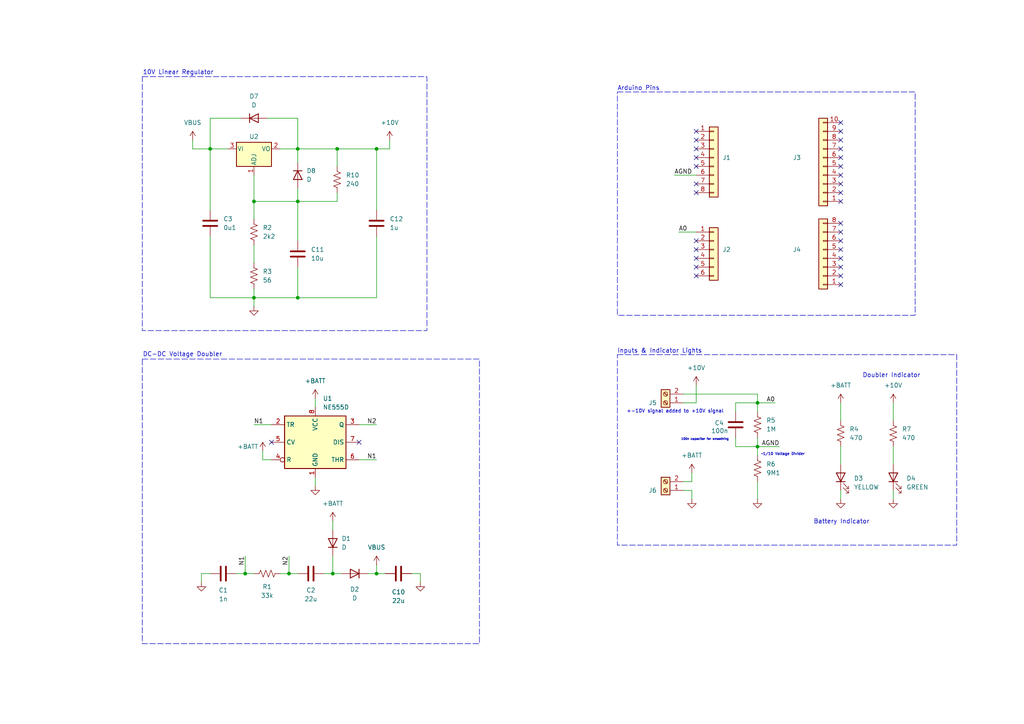
<source format=kicad_sch>
(kicad_sch (version 20231120) (generator "eeschema") (generator_version "8.0")
  (paper "A4")
  (title_block (title "Voltage Measurement Shield MIV") (date "2024-05-02") (rev "IV") (company "LAMP Lab") (comment 1 "Josue Cavazos Jr."))
  (lib_symbols
    (symbol "Connector:Screw_Terminal_01x02" (pin_names (offset 1.016) hide)
      (property "Reference" "J" (at 0 2.54 0))
      (property "Value" "Screw_Terminal_01x02" (at 0 -5.08 0))
      (symbol "Screw_Terminal_01x02_1_1"
        (rectangle (start -1.27 1.27) (end 1.27 -3.81) (stroke (width 0.254)) (fill (type background)))
        (circle (center 0 -2.54) (radius 0.635) (stroke (width 0.1524)))
        (polyline (pts (xy -0.5334 -2.2098) (xy 0.3302 -3.048)) (stroke (width 0.1524)))
        (polyline (pts (xy -0.5334 0.3302) (xy 0.3302 -0.508)) (stroke (width 0.1524)))
        (polyline (pts (xy -0.3556 -2.032) (xy 0.508 -2.8702)) (stroke (width 0.1524)))
        (polyline (pts (xy -0.3556 0.508) (xy 0.508 -0.3302)) (stroke (width 0.1524)))
        (circle (center 0 0) (radius 0.635) (stroke (width 0.1524)))
        (pin passive line (at -5.08 0 0) (length 3.81) (name "Pin_1") (number "1"))
        (pin passive line (at -5.08 -2.54 0) (length 3.81) (name "Pin_2") (number "2"))
      )
    )
    (symbol "Connector_Generic:Conn_01x06" (pin_names (offset 1.016) hide)
      (property "Reference" "J" (at 0 7.62 0))
      (property "Value" "Conn_01x06" (at 0 -10.16 0))
      (symbol "Conn_01x06_1_1"
        (rectangle (start -1.27 -7.493) (end 0 -7.747) (stroke (width 0.1524)))
        (rectangle (start -1.27 -4.953) (end 0 -5.207) (stroke (width 0.1524)))
        (rectangle (start -1.27 -2.413) (end 0 -2.667) (stroke (width 0.1524)))
        (rectangle (start -1.27 0.127) (end 0 -0.127) (stroke (width 0.1524)))
        (rectangle (start -1.27 2.667) (end 0 2.413) (stroke (width 0.1524)))
        (rectangle (start -1.27 5.207) (end 0 4.953) (stroke (width 0.1524)))
        (rectangle (start -1.27 6.35) (end 1.27 -8.89) (stroke (width 0.254)) (fill (type background)))
        (pin passive line (at -5.08 5.08 0) (length 3.81) (name "Pin_1") (number "1"))
        (pin passive line (at -5.08 2.54 0) (length 3.81) (name "Pin_2") (number "2"))
        (pin passive line (at -5.08 0 0) (length 3.81) (name "Pin_3") (number "3"))
        (pin passive line (at -5.08 -2.54 0) (length 3.81) (name "Pin_4") (number "4"))
        (pin passive line (at -5.08 -5.08 0) (length 3.81) (name "Pin_5") (number "5"))
        (pin passive line (at -5.08 -7.62 0) (length 3.81) (name "Pin_6") (number "6"))
      )
    )
    (symbol "Connector_Generic:Conn_01x08" (pin_names (offset 1.016) hide)
      (property "Reference" "J" (at 0 10.16 0))
      (property "Value" "Conn_01x08" (at 0 -12.7 0))
      (symbol "Conn_01x08_1_1"
        (rectangle (start -1.27 -10.033) (end 0 -10.287) (stroke (width 0.1524)))
        (rectangle (start -1.27 -7.493) (end 0 -7.747) (stroke (width 0.1524)))
        (rectangle (start -1.27 -4.953) (end 0 -5.207) (stroke (width 0.1524)))
        (rectangle (start -1.27 -2.413) (end 0 -2.667) (stroke (width 0.1524)))
        (rectangle (start -1.27 0.127) (end 0 -0.127) (stroke (width 0.1524)))
        (rectangle (start -1.27 2.667) (end 0 2.413) (stroke (width 0.1524)))
        (rectangle (start -1.27 5.207) (end 0 4.953) (stroke (width 0.1524)))
        (rectangle (start -1.27 7.747) (end 0 7.493) (stroke (width 0.1524)))
        (rectangle (start -1.27 8.89) (end 1.27 -11.43) (stroke (width 0.254)) (fill (type background)))
        (pin passive line (at -5.08 7.62 0) (length 3.81) (name "Pin_1") (number "1"))
        (pin passive line (at -5.08 5.08 0) (length 3.81) (name "Pin_2") (number "2"))
        (pin passive line (at -5.08 2.54 0) (length 3.81) (name "Pin_3") (number "3"))
        (pin passive line (at -5.08 0 0) (length 3.81) (name "Pin_4") (number "4"))
        (pin passive line (at -5.08 -2.54 0) (length 3.81) (name "Pin_5") (number "5"))
        (pin passive line (at -5.08 -5.08 0) (length 3.81) (name "Pin_6") (number "6"))
        (pin passive line (at -5.08 -7.62 0) (length 3.81) (name "Pin_7") (number "7"))
        (pin passive line (at -5.08 -10.16 0) (length 3.81) (name "Pin_8") (number "8"))
      )
    )
    (symbol "Connector_Generic:Conn_01x10" (pin_names (offset 1.016) hide)
      (property "Reference" "J" (at 0 12.7 0))
      (property "Value" "Conn_01x10" (at 0 -15.24 0))
      (symbol "Conn_01x10_1_1"
        (rectangle (start -1.27 -12.573) (end 0 -12.827) (stroke (width 0.1524)))
        (rectangle (start -1.27 -10.033) (end 0 -10.287) (stroke (width 0.1524)))
        (rectangle (start -1.27 -7.493) (end 0 -7.747) (stroke (width 0.1524)))
        (rectangle (start -1.27 -4.953) (end 0 -5.207) (stroke (width 0.1524)))
        (rectangle (start -1.27 -2.413) (end 0 -2.667) (stroke (width 0.1524)))
        (rectangle (start -1.27 0.127) (end 0 -0.127) (stroke (width 0.1524)))
        (rectangle (start -1.27 2.667) (end 0 2.413) (stroke (width 0.1524)))
        (rectangle (start -1.27 5.207) (end 0 4.953) (stroke (width 0.1524)))
        (rectangle (start -1.27 7.747) (end 0 7.493) (stroke (width 0.1524)))
        (rectangle (start -1.27 10.287) (end 0 10.033) (stroke (width 0.1524)))
        (rectangle (start -1.27 11.43) (end 1.27 -13.97) (stroke (width 0.254)) (fill (type background)))
        (pin passive line (at -5.08 10.16 0) (length 3.81) (name "Pin_1") (number "1"))
        (pin passive line (at -5.08 -12.7 0) (length 3.81) (name "Pin_10") (number "10"))
        (pin passive line (at -5.08 7.62 0) (length 3.81) (name "Pin_2") (number "2"))
        (pin passive line (at -5.08 5.08 0) (length 3.81) (name "Pin_3") (number "3"))
        (pin passive line (at -5.08 2.54 0) (length 3.81) (name "Pin_4") (number "4"))
        (pin passive line (at -5.08 0 0) (length 3.81) (name "Pin_5") (number "5"))
        (pin passive line (at -5.08 -2.54 0) (length 3.81) (name "Pin_6") (number "6"))
        (pin passive line (at -5.08 -5.08 0) (length 3.81) (name "Pin_7") (number "7"))
        (pin passive line (at -5.08 -7.62 0) (length 3.81) (name "Pin_8") (number "8"))
        (pin passive line (at -5.08 -10.16 0) (length 3.81) (name "Pin_9") (number "9"))
      )
    )
    (symbol "Device:C" (pin_numbers hide) (pin_names (offset 0.254))
      (property "Reference" "C" (at 0.635 2.54 0))
      (property "Value" "C" (at 0.635 -2.54 0))
      (symbol "C_0_1"
        (polyline (pts (xy -2.032 -0.762) (xy 2.032 -0.762)) (stroke (width 0.508)))
        (polyline (pts (xy -2.032 0.762) (xy 2.032 0.762)) (stroke (width 0.508)))
      )
      (symbol "C_1_1"
        (pin passive line (at 0 3.81 270) (length 2.794) (name "~") (number "1"))
        (pin passive line (at 0 -3.81 90) (length 2.794) (name "~") (number "2"))
      )
    )
    (symbol "Device:D" (pin_numbers hide) (pin_names (offset 1.016) hide)
      (property "Reference" "D" (at 0 2.54 0))
      (property "Value" "D" (at 0 -2.54 0))
      (symbol "D_0_1"
        (polyline (pts (xy -1.27 1.27) (xy -1.27 -1.27)) (stroke (width 0.254)))
        (polyline (pts (xy 1.27 0) (xy -1.27 0)))
        (polyline (pts (xy 1.27 1.27) (xy 1.27 -1.27) (xy -1.27 0) (xy 1.27 1.27)) (stroke (width 0.254)))
      )
      (symbol "D_1_1"
        (pin passive line (at -3.81 0 0) (length 2.54) (name "K") (number "1"))
        (pin passive line (at 3.81 0 180) (length 2.54) (name "A") (number "2"))
      )
    )
    (symbol "Device:LED" (pin_numbers hide) (pin_names (offset 1.016) hide)
      (property "Reference" "D" (at 0 2.54 0))
      (property "Value" "LED" (at 0 -2.54 0))
      (symbol "LED_0_1"
        (polyline (pts (xy -1.27 -1.27) (xy -1.27 1.27)) (stroke (width 0.254)))
        (polyline (pts (xy -1.27 0) (xy 1.27 0)))
        (polyline (pts (xy 1.27 -1.27) (xy 1.27 1.27) (xy -1.27 0) (xy 1.27 -1.27)) (stroke (width 0.254)))
        (polyline (pts (xy -3.048 -0.762) (xy -4.572 -2.286) (xy -3.81 -2.286) (xy -4.572 -2.286) (xy -4.572 -1.524)))
        (polyline (pts (xy -1.778 -0.762) (xy -3.302 -2.286) (xy -2.54 -2.286) (xy -3.302 -2.286) (xy -3.302 -1.524)))
      )
      (symbol "LED_1_1"
        (pin passive line (at -3.81 0 0) (length 2.54) (name "K") (number "1"))
        (pin passive line (at 3.81 0 180) (length 2.54) (name "A") (number "2"))
      )
    )
    (symbol "Device:R_US" (pin_numbers hide) (pin_names (offset 0))
      (property "Reference" "R" (at 2.54 0 90))
      (property "Value" "R_US" (at -2.54 0 90))
      (symbol "R_US_0_1"
        (polyline (pts (xy 0 -2.286) (xy 0 -2.54)))
        (polyline (pts (xy 0 2.286) (xy 0 2.54)))
        (polyline (pts (xy 0 -0.762) (xy 1.016 -1.143) (xy 0 -1.524) (xy -1.016 -1.905) (xy 0 -2.286)))
        (polyline (pts (xy 0 0.762) (xy 1.016 0.381) (xy 0 0) (xy -1.016 -0.381) (xy 0 -0.762)))
        (polyline (pts (xy 0 2.286) (xy 1.016 1.905) (xy 0 1.524) (xy -1.016 1.143) (xy 0 0.762)))
      )
      (symbol "R_US_1_1"
        (pin passive line (at 0 3.81 270) (length 1.27) (name "~") (number "1"))
        (pin passive line (at 0 -3.81 90) (length 1.27) (name "~") (number "2"))
      )
    )
    (symbol "Regulator_Linear:LM317_TO-220" (pin_names (offset 0.254))
      (property "Reference" "U" (at -3.81 3.175 0))
      (property "Value" "LM317_TO-220" (at 0 3.175 0))
      (symbol "LM317_TO-220_0_1"
        (rectangle (start -5.08 1.905) (end 5.08 -5.08) (stroke (width 0.254)) (fill (type background)))
      )
      (symbol "LM317_TO-220_1_1"
        (pin input line (at 0 -7.62 90) (length 2.54) (name "ADJ") (number "1"))
        (pin power_out line (at 7.62 0 180) (length 2.54) (name "VO") (number "2"))
        (pin power_in line (at -7.62 0 0) (length 2.54) (name "VI") (number "3"))
      )
    )
    (symbol "Timer:NE555D"
      (property "Reference" "U" (at -10.16 8.89 0))
      (property "Value" "NE555D" (at 2.54 8.89 0))
      (symbol "NE555D_0_0"
        (pin power_in line (at 0 -10.16 90) (length 2.54) (name "GND") (number "1"))
        (pin power_in line (at 0 10.16 270) (length 2.54) (name "VCC") (number "8"))
      )
      (symbol "NE555D_0_1"
        (rectangle (start -8.89 -7.62) (end 8.89 7.62) (stroke (width 0.254)) (fill (type background)))
        (rectangle (start -8.89 -7.62) (end 8.89 7.62) (stroke (width 0.254)) (fill (type background)))
      )
      (symbol "NE555D_1_1"
        (pin input line (at -12.7 5.08 0) (length 3.81) (name "TR") (number "2"))
        (pin output line (at 12.7 5.08 180) (length 3.81) (name "Q") (number "3"))
        (pin input inverted (at -12.7 -5.08 0) (length 3.81) (name "R") (number "4"))
        (pin input line (at -12.7 0 0) (length 3.81) (name "CV") (number "5"))
        (pin input line (at 12.7 -5.08 180) (length 3.81) (name "THR") (number "6"))
        (pin input line (at 12.7 0 180) (length 3.81) (name "DIS") (number "7"))
      )
    )
    (symbol "power:+10V" (power) (pin_numbers hide) (pin_names (offset 0) hide)
      (property "Value" "+10V" (at 0 3.556 0))
      (symbol "+10V_0_1"
        (polyline (pts (xy -0.762 1.27) (xy 0 2.54)))
        (polyline (pts (xy 0 0) (xy 0 2.54)))
        (polyline (pts (xy 0 2.54) (xy 0.762 1.27)))
      )
      (symbol "+10V_1_1"
        (pin power_in line (at 0 0 90) (length 0) (name "~") (number "1"))
      )
    )
    (symbol "power:+BATT" (power) (pin_numbers hide) (pin_names (offset 0) hide)
      (property "Value" "+BATT" (at 0 3.556 0))
      (symbol "+BATT_0_1"
        (polyline (pts (xy -0.762 1.27) (xy 0 2.54)))
        (polyline (pts (xy 0 0) (xy 0 2.54)))
        (polyline (pts (xy 0 2.54) (xy 0.762 1.27)))
      )
      (symbol "+BATT_1_1"
        (pin power_in line (at 0 0 90) (length 0) (name "~") (number "1"))
      )
    )
    (symbol "power:GND" (power) (pin_numbers hide) (pin_names (offset 0) hide)
      (property "Value" "GND" (at 0 -3.81 0))
      (symbol "GND_0_1"
        (polyline (pts (xy 0 0) (xy 0 -1.27) (xy 1.27 -1.27) (xy 0 -2.54) (xy -1.27 -1.27) (xy 0 -1.27)))
      )
      (symbol "GND_1_1"
        (pin power_in line (at 0 0 270) (length 0) (name "~") (number "1"))
      )
    )
    (symbol "power:VBUS" (power) (pin_numbers hide) (pin_names (offset 0) hide)
      (property "Value" "VBUS" (at 0 3.556 0))
      (symbol "VBUS_0_1"
        (polyline (pts (xy -0.762 1.27) (xy 0 2.54)))
        (polyline (pts (xy 0 0) (xy 0 2.54)))
        (polyline (pts (xy 0 2.54) (xy 0.762 1.27)))
      )
      (symbol "VBUS_1_1"
        (pin power_in line (at 0 0 90) (length 0) (name "~") (number "1"))
      )
    )
  )
  (junction (at 219.71 129.54))
  (junction (at 73.66 86.36))
  (junction (at 83.82 166.37))
  (junction (at 96.52 166.37))
  (junction (at 71.12 166.37))
  (junction (at 109.22 43.18))
  (junction (at 73.66 58.42))
  (junction (at 97.79 43.18))
  (junction (at 86.36 43.18))
  (junction (at 86.36 58.42))
  (junction (at 219.71 116.84))
  (junction (at 60.96 43.18))
  (junction (at 86.36 86.36))
  (junction (at 109.22 166.37))
  (no_connect (at 104.14 128.27))
  (no_connect (at 243.84 53.34))
  (no_connect (at 243.84 72.39))
  (no_connect (at 201.93 40.64))
  (no_connect (at 243.84 43.18))
  (no_connect (at 78.74 128.27))
  (no_connect (at 243.84 48.26))
  (no_connect (at 201.93 72.39))
  (no_connect (at 201.93 45.72))
  (no_connect (at 201.93 80.01))
  (no_connect (at 201.93 77.47))
  (no_connect (at 243.84 35.56))
  (no_connect (at 243.84 45.72))
  (no_connect (at 243.84 69.85))
  (no_connect (at 243.84 38.1))
  (no_connect (at 243.84 67.31))
  (no_connect (at 243.84 80.01))
  (no_connect (at 243.84 74.93))
  (no_connect (at 201.93 55.88))
  (no_connect (at 243.84 82.55))
  (no_connect (at 243.84 77.47))
  (no_connect (at 201.93 69.85))
  (no_connect (at 243.84 40.64))
  (no_connect (at 243.84 58.42))
  (no_connect (at 201.93 43.18))
  (no_connect (at 243.84 55.88))
  (no_connect (at 201.93 53.34))
  (no_connect (at 243.84 50.8))
  (no_connect (at 243.84 64.77))
  (no_connect (at 201.93 74.93))
  (no_connect (at 201.93 48.26))
  (no_connect (at 201.93 38.1))
  (wire (pts (xy 86.36 46.99) (xy 86.36 43.18)))
  (wire (pts (xy 109.22 43.18) (xy 113.03 43.18)))
  (wire (pts (xy 73.66 83.82) (xy 73.66 86.36)))
  (wire (pts (xy 109.22 163.83) (xy 109.22 166.37)))
  (wire (pts (xy 83.82 161.29) (xy 83.82 166.37)))
  (wire (pts (xy 201.93 116.84) (xy 198.12 116.84)))
  (wire (pts (xy 104.14 133.35) (xy 109.22 133.35)))
  (wire (pts (xy 243.84 129.54) (xy 243.84 134.62)))
  (wire (pts (xy 259.08 129.54) (xy 259.08 134.62)))
  (wire (pts (xy 60.96 86.36) (xy 73.66 86.36)))
  (wire (pts (xy 86.36 58.42) (xy 86.36 54.61)))
  (wire (pts (xy 200.66 139.7) (xy 198.12 139.7)))
  (wire (pts (xy 77.47 34.29) (xy 86.36 34.29)))
  (wire (pts (xy 96.52 161.29) (xy 96.52 166.37)))
  (wire (pts (xy 219.71 116.84) (xy 219.71 119.38)))
  (wire (pts (xy 213.36 116.84) (xy 219.71 116.84)))
  (wire (pts (xy 73.66 123.19) (xy 78.74 123.19)))
  (wire (pts (xy 96.52 151.13) (xy 96.52 153.67)))
  (wire (pts (xy 60.96 34.29) (xy 60.96 43.18)))
  (wire (pts (xy 73.66 86.36) (xy 86.36 86.36)))
  (wire (pts (xy 243.84 142.24) (xy 243.84 144.78)))
  (wire (pts (xy 73.66 86.36) (xy 73.66 88.9)))
  (wire (pts (xy 196.85 67.31) (xy 201.93 67.31)))
  (wire (pts (xy 60.96 60.96) (xy 60.96 43.18)))
  (wire (pts (xy 109.22 166.37) (xy 111.76 166.37)))
  (wire (pts (xy 55.88 40.64) (xy 55.88 43.18)))
  (wire (pts (xy 109.22 43.18) (xy 97.79 43.18)))
  (wire (pts (xy 200.66 137.16) (xy 200.66 139.7)))
  (wire (pts (xy 106.68 166.37) (xy 109.22 166.37)))
  (wire (pts (xy 73.66 58.42) (xy 73.66 63.5)))
  (wire (pts (xy 91.44 115.57) (xy 91.44 118.11)))
  (wire (pts (xy 109.22 68.58) (xy 109.22 86.36)))
  (wire (pts (xy 60.96 68.58) (xy 60.96 86.36)))
  (wire (pts (xy 259.08 116.84) (xy 259.08 121.92)))
  (wire (pts (xy 219.71 116.84) (xy 224.79 116.84)))
  (wire (pts (xy 58.42 166.37) (xy 60.96 166.37)))
  (wire (pts (xy 219.71 127) (xy 219.71 129.54)))
  (wire (pts (xy 195.58 50.8) (xy 201.93 50.8)))
  (wire (pts (xy 198.12 114.3) (xy 219.71 114.3)))
  (wire (pts (xy 113.03 43.18) (xy 113.03 40.64)))
  (wire (pts (xy 83.82 166.37) (xy 86.36 166.37)))
  (wire (pts (xy 86.36 69.85) (xy 86.36 58.42)))
  (wire (pts (xy 58.42 166.37) (xy 58.42 168.91)))
  (wire (pts (xy 97.79 58.42) (xy 86.36 58.42)))
  (wire (pts (xy 69.85 34.29) (xy 60.96 34.29)))
  (wire (pts (xy 96.52 166.37) (xy 99.06 166.37)))
  (wire (pts (xy 213.36 129.54) (xy 219.71 129.54)))
  (wire (pts (xy 93.98 166.37) (xy 96.52 166.37)))
  (wire (pts (xy 213.36 127) (xy 213.36 129.54)))
  (wire (pts (xy 259.08 142.24) (xy 259.08 144.78)))
  (wire (pts (xy 219.71 114.3) (xy 219.71 116.84)))
  (wire (pts (xy 97.79 43.18) (xy 86.36 43.18)))
  (wire (pts (xy 73.66 58.42) (xy 86.36 58.42)))
  (wire (pts (xy 68.58 166.37) (xy 71.12 166.37)))
  (wire (pts (xy 76.2 133.35) (xy 78.74 133.35)))
  (wire (pts (xy 86.36 34.29) (xy 86.36 43.18)))
  (wire (pts (xy 97.79 48.26) (xy 97.79 43.18)))
  (wire (pts (xy 71.12 166.37) (xy 73.66 166.37)))
  (wire (pts (xy 60.96 43.18) (xy 66.04 43.18)))
  (wire (pts (xy 109.22 86.36) (xy 86.36 86.36)))
  (wire (pts (xy 76.2 130.81) (xy 76.2 133.35)))
  (wire (pts (xy 219.71 129.54) (xy 226.06 129.54)))
  (wire (pts (xy 109.22 60.96) (xy 109.22 43.18)))
  (wire (pts (xy 201.93 111.76) (xy 201.93 116.84)))
  (wire (pts (xy 71.12 161.29) (xy 71.12 166.37)))
  (wire (pts (xy 119.38 166.37) (xy 121.92 166.37)))
  (wire (pts (xy 73.66 50.8) (xy 73.66 58.42)))
  (wire (pts (xy 200.66 142.24) (xy 198.12 142.24)))
  (wire (pts (xy 104.14 123.19) (xy 109.22 123.19)))
  (wire (pts (xy 219.71 129.54) (xy 219.71 132.08)))
  (wire (pts (xy 219.71 139.7) (xy 219.71 144.78)))
  (wire (pts (xy 86.36 43.18) (xy 81.28 43.18)))
  (wire (pts (xy 213.36 119.38) (xy 213.36 116.84)))
  (wire (pts (xy 81.28 166.37) (xy 83.82 166.37)))
  (wire (pts (xy 91.44 138.43) (xy 91.44 140.97)))
  (wire (pts (xy 55.88 43.18) (xy 60.96 43.18)))
  (wire (pts (xy 73.66 71.12) (xy 73.66 76.2)))
  (wire (pts (xy 200.66 144.78) (xy 200.66 142.24)))
  (wire (pts (xy 243.84 116.84) (xy 243.84 121.92)))
  (wire (pts (xy 86.36 77.47) (xy 86.36 86.36)))
  (wire (pts (xy 121.92 166.37) (xy 121.92 168.91)))
  (wire (pts (xy 97.79 55.88) (xy 97.79 58.42)))
  (rectangle (start 179.07 26.67) (end 265.43 91.44) (stroke (width 0) (type dash)))
  (rectangle (start 179.07 102.87) (end 277.495 158.115) (stroke (width 0) (type dash)))
  (rectangle (start 41.275 22.225) (end 123.825 95.885) (stroke (width 0) (type dash)))
  (rectangle (start 41.275 104.14) (end 139.065 186.69) (stroke (width 0) (type dash)))
  (text "100n capacitor for smoothing" (at 204.47 127.508 0) (effects (font (size 0.6 0.6))))
  (text "Inputs & Indicator Lights" (at 179.07 102.616 0) (effects (font (size 1.27 1.27)) (justify left bottom)))
  (text "Arduino Pins" (at 179.07 26.416 0) (effects (font (size 1.27 1.27)) (justify left bottom)))
  (text "Doubler Indicator" (at 258.572 108.966 0) (effects (font (size 1.27 1.27))))
  (text "+-10V signal added to +10V signal" (at 195.834 119.38 0) (effects (font (size 1 1))))
  (text "10V Linear Regulator" (at 41.402 21.844 0) (effects (font (size 1.27 1.27)) (justify left bottom)))
  (text "~1/10 Voltage Divider" (at 227.076 131.826 0) (effects (font (size 0.75 0.75))))
  (text "DC-DC Voltage Doubler" (at 41.402 103.632 0) (effects (font (size 1.27 1.27)) (justify left bottom)))
  (text "Battery Indicator" (at 244.094 151.384 0) (effects (font (size 1.27 1.27))))
  (label "AGND" (at 195.58 50.8 0))
  (label "N2" (at 83.82 161.29 270))
  (label "A0" (at 224.79 116.84 180))
  (label "AGND" (at 226.06 129.54 180))
  (label "N1" (at 71.12 161.29 270))
  (label "N2" (at 109.22 123.19 180))
  (label "A0" (at 196.85 67.31 0))
  (label "N1" (at 109.22 133.35 180))
  (label "N1" (at 73.66 123.19 0))
  (symbol (lib_id "Device:C") (at 86.36 73.66 0) (unit 1)
    (property "Reference" "C11" (at 90.17 72.3899 0) (effects (justify left)))
    (property "Value" "10u" (at 90.17 74.9299 0) (effects (justify left)))
    (property "Footprint" "Capacitor_SMD:C_1206_3216Metric_Pad1.33x1.80mm_HandSolder" (effects (hide yes)))
    (property "Description" "Unpolarized capacitor" (effects (hide yes)))
  )
  (symbol (lib_id "power:+BATT") (at 96.52 151.13 0) (unit 1)
    (property "Reference" "#PWR017" (effects (hide yes)))
    (property "Value" "+BATT" (at 96.52 146.05 0))
    (property "Description" "Power symbol creates a global label with name \"+BATT\"" (effects (hide yes)))
  )
  (symbol (lib_id "power:GND") (at 219.71 144.78 0) (unit 1)
    (property "Reference" "#PWR04" (effects (hide yes)))
    (property "Value" "GND" (effects (hide yes)))
    (property "Description" "Power symbol creates a global label with name \"GND\" , ground" (effects (hide yes)))
  )
  (symbol (lib_id "Device:LED") (at 243.84 138.43 90) (unit 1)
    (property "Reference" "D3" (at 247.65 138.7474 90) (effects (justify right)))
    (property "Value" "YELLOW" (at 247.65 141.2874 90) (effects (justify right)))
    (property "Footprint" "LED_SMD:LED_1206_3216Metric_Pad1.42x1.75mm_HandSolder" (effects (hide yes)))
    (property "Description" "Light emitting diode" (effects (hide yes)))
  )
  (symbol (lib_id "power:+10V") (at 201.93 111.76 0) (unit 1)
    (property "Reference" "#PWR05" (effects (hide yes)))
    (property "Value" "+10V" (at 201.93 106.68 0))
    (property "Description" "Power symbol creates a global label with name \"+10V\"" (effects (hide yes)))
  )
  (symbol (lib_id "Device:D") (at 86.36 50.8 270) (unit 1)
    (property "Reference" "D8" (at 88.9 49.5299 90) (effects (justify left)))
    (property "Value" "D" (at 88.9 52.0699 90) (effects (justify left)))
    (property "Footprint" "Diode_SMD:D_1206_3216Metric_Pad1.42x1.75mm_HandSolder" (effects (hide yes)))
    (property "Description" "Diode" (effects (hide yes)))
    (property "Sim.Device" "D" (effects (hide yes)))
    (property "Sim.Pins" "1=K 2=A" (effects (hide yes)))
  )
  (symbol (lib_id "power:GND") (at 73.66 88.9 0) (unit 1)
    (property "Reference" "#PWR021" (effects (hide yes)))
    (property "Value" "GND" (effects (hide yes)))
    (property "Description" "Power symbol creates a global label with name \"GND\" , ground" (effects (hide yes)))
  )
  (symbol (lib_id "Device:R_US") (at 97.79 52.07 0) (unit 1)
    (property "Reference" "R10" (at 100.33 50.7999 0) (effects (justify left)))
    (property "Value" "240" (at 100.33 53.3399 0) (effects (justify left)))
    (property "Footprint" "Resistor_SMD:R_1206_3216Metric_Pad1.30x1.75mm_HandSolder" (effects (hide yes)))
    (property "Description" "Resistor, US symbol" (effects (hide yes)))
  )
  (symbol (lib_id "Connector_Generic:Conn_01x10") (at 238.76 48.26 180) (unit 1)
    (property "Reference" "J3" (at 231.14 45.72 0))
    (property "Value" "Conn_01x10" (effects (hide yes)))
    (property "Footprint" "Connector_PinHeader_2.54mm:PinHeader_1x10_P2.54mm_Vertical" (effects (hide yes)))
  )
  (symbol (lib_id "Device:R_US") (at 219.71 123.19 0) (unit 1)
    (property "Reference" "R5" (at 222.25 121.9199 0) (effects (justify left)))
    (property "Value" "1M" (at 222.25 124.4599 0) (effects (justify left)))
    (property "Footprint" "Resistor_SMD:R_1206_3216Metric_Pad1.30x1.75mm_HandSolder" (effects (hide yes)))
    (property "Description" "Resistor, US symbol" (effects (hide yes)))
  )
  (symbol (lib_id "Device:R_US") (at 77.47 166.37 270) (unit 1)
    (property "Reference" "R1" (at 77.47 170.18 90))
    (property "Value" "33k" (at 77.47 172.72 90))
    (property "Footprint" "Resistor_SMD:R_1206_3216Metric_Pad1.30x1.75mm_HandSolder" (effects (hide yes)))
    (property "Description" "Resistor, US symbol" (effects (hide yes)))
  )
  (symbol (lib_id "power:+BATT") (at 91.44 115.57 0) (unit 1)
    (property "Reference" "#PWR03" (effects (hide yes)))
    (property "Value" "+BATT" (at 91.44 110.49 0))
    (property "Description" "Power symbol creates a global label with name \"+BATT\"" (effects (hide yes)))
  )
  (symbol (lib_id "Device:D") (at 96.52 157.48 90) (unit 1)
    (property "Reference" "D1" (at 99.06 156.2099 90) (effects (justify right)))
    (property "Value" "D" (at 99.06 158.7499 90) (effects (justify right)))
    (property "Footprint" "Diode_SMD:D_1206_3216Metric_Pad1.42x1.75mm_HandSolder" (effects (hide yes)))
    (property "Description" "Diode" (effects (hide yes)))
    (property "Sim.Device" "D" (effects (hide yes)))
    (property "Sim.Pins" "1=K 2=A" (effects (hide yes)))
  )
  (symbol (lib_id "power:+10V") (at 113.03 40.64 0) (unit 1)
    (property "Reference" "#PWR022" (effects (hide yes)))
    (property "Value" "+10V" (at 113.03 35.56 0))
    (property "Description" "Power symbol creates a global label with name \"+10V\"" (effects (hide yes)))
  )
  (symbol (lib_id "power:GND") (at 243.84 144.78 0) (unit 1)
    (property "Reference" "#PWR08" (effects (hide yes)))
    (property "Value" "GND" (effects (hide yes)))
    (property "Description" "Power symbol creates a global label with name \"GND\" , ground" (effects (hide yes)))
  )
  (symbol (lib_id "Connector:Screw_Terminal_01x02") (at 193.04 142.24 180) (unit 1)
    (property "Reference" "J6" (at 190.5 142.24 0) (effects (justify left)))
    (property "Value" "Screw_Terminal_01x02" (effects (hide yes)))
    (property "Footprint" "1x2 STB:PHOENIX_1935161" (effects (hide yes)))
  )
  (symbol (lib_id "power:+BATT") (at 76.2 130.81 0) (unit 1)
    (property "Reference" "#PWR02" (effects (hide yes)))
    (property "Value" "+BATT" (at 71.882 129.54 0))
    (property "Description" "Power symbol creates a global label with name \"+BATT\"" (effects (hide yes)))
  )
  (symbol (lib_id "Device:C") (at 115.57 166.37 270) (unit 1)
    (property "Reference" "C10" (at 115.57 171.704 90))
    (property "Value" "22u" (at 115.57 174.244 90))
    (property "Footprint" "Capacitor_SMD:C_1206_3216Metric_Pad1.33x1.80mm_HandSolder" (effects (hide yes)))
    (property "Description" "Unpolarized capacitor" (effects (hide yes)))
  )
  (symbol (lib_id "power:GND") (at 91.44 140.97 0) (unit 1)
    (property "Reference" "#PWR016" (effects (hide yes)))
    (property "Value" "GND" (effects (hide yes)))
    (property "Description" "Power symbol creates a global label with name \"GND\" , ground" (effects (hide yes)))
  )
  (symbol (lib_id "power:VBUS") (at 55.88 40.64 0) (unit 1)
    (property "Reference" "#PWR07" (effects (hide yes)))
    (property "Value" "VBUS" (at 55.88 35.56 0))
    (property "Description" "Power symbol creates a global label with name \"VBUS\"" (effects (hide yes)))
  )
  (symbol (lib_id "power:VBUS") (at 109.22 163.83 0) (unit 1)
    (property "Reference" "#PWR06" (effects (hide yes)))
    (property "Value" "VBUS" (at 109.22 158.75 0))
    (property "Description" "Power symbol creates a global label with name \"VBUS\"" (effects (hide yes)))
  )
  (symbol (lib_id "Device:C") (at 64.77 166.37 270) (unit 1)
    (property "Reference" "C1" (at 64.77 171.196 90))
    (property "Value" "1n" (at 64.77 173.736 90))
    (property "Footprint" "Capacitor_SMD:C_1206_3216Metric_Pad1.33x1.80mm_HandSolder" (effects (hide yes)))
    (property "Description" "Unpolarized capacitor" (effects (hide yes)))
  )
  (symbol (lib_id "Connector_Generic:Conn_01x06") (at 207.01 72.39 0) (unit 1)
    (property "Reference" "J2" (at 209.55 72.39 0) (effects (justify left)))
    (property "Value" "Conn_01x06" (effects (hide yes)))
    (property "Footprint" "Connector_PinHeader_2.54mm:PinHeader_1x06_P2.54mm_Vertical" (effects (hide yes)))
  )
  (symbol (lib_id "power:+10V") (at 259.08 116.84 0) (unit 1)
    (property "Reference" "#PWR010" (effects (hide yes)))
    (property "Value" "+10V" (at 259.08 111.76 0))
    (property "Description" "Power symbol creates a global label with name \"+10V\"" (effects (hide yes)))
  )
  (symbol (lib_id "Device:C") (at 213.36 123.19 0) (unit 1)
    (property "Reference" "C4" (at 207.264 122.682 0) (effects (justify left)))
    (property "Value" "100n" (at 206.248 124.968 0) (effects (justify left)))
    (property "Footprint" "Capacitor_SMD:C_1206_3216Metric_Pad1.33x1.80mm_HandSolder" (effects (hide yes)))
    (property "Description" "Unpolarized capacitor" (effects (hide yes)))
  )
  (symbol (lib_id "Device:C") (at 109.22 64.77 0) (unit 1)
    (property "Reference" "C12" (at 113.03 63.4999 0) (effects (justify left)))
    (property "Value" "1u" (at 113.03 66.0399 0) (effects (justify left)))
    (property "Footprint" "Capacitor_SMD:C_1206_3216Metric_Pad1.33x1.80mm_HandSolder" (effects (hide yes)))
    (property "Description" "Unpolarized capacitor" (effects (hide yes)))
  )
  (symbol (lib_id "Device:C") (at 60.96 64.77 0) (unit 1)
    (property "Reference" "C3" (at 64.77 63.4999 0) (effects (justify left)))
    (property "Value" "0u1" (at 64.77 66.0399 0) (effects (justify left)))
    (property "Footprint" "Capacitor_SMD:C_1206_3216Metric_Pad1.33x1.80mm_HandSolder" (effects (hide yes)))
    (property "Description" "Unpolarized capacitor" (effects (hide yes)))
  )
  (symbol (lib_id "Device:R_US") (at 259.08 125.73 0) (unit 1)
    (property "Reference" "R7" (at 261.62 124.4599 0) (effects (justify left)))
    (property "Value" "470" (at 261.62 126.9999 0) (effects (justify left)))
    (property "Footprint" "Resistor_SMD:R_1206_3216Metric_Pad1.30x1.75mm_HandSolder" (effects (hide yes)))
    (property "Description" "Resistor, US symbol" (effects (hide yes)))
  )
  (symbol (lib_id "power:GND") (at 200.66 144.78 0) (unit 1)
    (property "Reference" "#PWR012" (effects (hide yes)))
    (property "Value" "GND" (effects (hide yes)))
    (property "Description" "Power symbol creates a global label with name \"GND\" , ground" (effects (hide yes)))
  )
  (symbol (lib_id "power:GND") (at 58.42 168.91 0) (unit 1)
    (property "Reference" "#PWR01" (effects (hide yes)))
    (property "Value" "GND" (effects (hide yes)))
    (property "Description" "Power symbol creates a global label with name \"GND\" , ground" (effects (hide yes)))
  )
  (symbol (lib_id "Device:R_US") (at 73.66 67.31 0) (unit 1)
    (property "Reference" "R2" (at 76.2 66.0399 0) (effects (justify left)))
    (property "Value" "2k2" (at 76.2 68.5799 0) (effects (justify left)))
    (property "Footprint" "Resistor_SMD:R_1206_3216Metric_Pad1.30x1.75mm_HandSolder" (effects (hide yes)))
    (property "Description" "Resistor, US symbol" (effects (hide yes)))
  )
  (symbol (lib_id "power:GND") (at 259.08 144.78 0) (unit 1)
    (property "Reference" "#PWR013" (effects (hide yes)))
    (property "Value" "GND" (effects (hide yes)))
    (property "Description" "Power symbol creates a global label with name \"GND\" , ground" (effects (hide yes)))
  )
  (symbol (lib_id "Regulator_Linear:LM317_TO-220") (at 73.66 43.18 0) (unit 1)
    (property "Reference" "U2" (at 73.66 39.624 0))
    (property "Value" "LM317_TO-220" (effects (hide yes)))
    (property "Footprint" "Package_TO_SOT_THT:TO-220-3_Vertical" (effects (hide yes)))
    (property "Datasheet" "http://www.ti.com/lit/ds/symlink/lm317.pdf" (effects (hide yes)))
    (property "Description" "1.5A 35V Adjustable Linear Regulator, TO-220" (effects (hide yes)))
  )
  (symbol (lib_id "Device:C") (at 90.17 166.37 270) (unit 1)
    (property "Reference" "C2" (at 90.17 171.196 90))
    (property "Value" "22u" (at 90.17 173.736 90))
    (property "Footprint" "Capacitor_SMD:C_1206_3216Metric_Pad1.33x1.80mm_HandSolder" (effects (hide yes)))
    (property "Description" "Unpolarized capacitor" (effects (hide yes)))
  )
  (symbol (lib_id "Connector_Generic:Conn_01x08") (at 207.01 45.72 0) (unit 1)
    (property "Reference" "J1" (at 209.55 45.72 0) (effects (justify left)))
    (property "Value" "Conn_01x08" (effects (hide yes)))
    (property "Footprint" "Connector_PinHeader_2.54mm:PinHeader_1x08_P2.54mm_Vertical" (effects (hide yes)))
  )
  (symbol (lib_id "power:GND") (at 121.92 168.91 0) (unit 1)
    (property "Reference" "#PWR020" (effects (hide yes)))
    (property "Value" "GND" (effects (hide yes)))
    (property "Description" "Power symbol creates a global label with name \"GND\" , ground" (effects (hide yes)))
  )
  (symbol (lib_id "Device:LED") (at 259.08 138.43 90) (unit 1)
    (property "Reference" "D4" (at 262.89 138.7474 90) (effects (justify right)))
    (property "Value" "GREEN" (at 262.89 141.2874 90) (effects (justify right)))
    (property "Footprint" "LED_SMD:LED_1206_3216Metric_Pad1.42x1.75mm_HandSolder" (effects (hide yes)))
    (property "Description" "Light emitting diode" (effects (hide yes)))
  )
  (symbol (lib_id "Timer:NE555D") (at 91.44 128.27 0) (unit 1)
    (property "Reference" "U1" (at 93.6341 115.57 0) (effects (justify left)))
    (property "Value" "NE555D" (at 93.6341 118.11 0) (effects (justify left)))
    (property "Footprint" "Package_SO:SOIC-8_3.9x4.9mm_P1.27mm" (effects (hide yes)))
    (property "Datasheet" "http://www.ti.com/lit/ds/symlink/ne555.pdf" (effects (hide yes)))
    (property "Description" "Precision Timers, 555 compatible, SOIC-8" (effects (hide yes)))
  )
  (symbol (lib_id "Connector:Screw_Terminal_01x02") (at 193.04 116.84 180) (unit 1)
    (property "Reference" "J5" (at 190.5 116.84 0) (effects (justify left)))
    (property "Value" "Screw_Terminal_01x02" (effects (hide yes)))
    (property "Footprint" "1x2 STB:PHOENIX_1935161" (effects (hide yes)))
  )
  (symbol (lib_id "Device:R_US") (at 219.71 135.89 0) (unit 1)
    (property "Reference" "R6" (at 222.25 134.6199 0) (effects (justify left)))
    (property "Value" "9M1" (at 222.25 137.1599 0) (effects (justify left)))
    (property "Footprint" "Resistor_SMD:R_1206_3216Metric_Pad1.30x1.75mm_HandSolder" (effects (hide yes)))
    (property "Description" "Resistor, US symbol" (effects (hide yes)))
  )
  (symbol (lib_id "Device:R_US") (at 243.84 125.73 0) (unit 1)
    (property "Reference" "R4" (at 246.38 124.4599 0) (effects (justify left)))
    (property "Value" "470" (at 246.38 126.9999 0) (effects (justify left)))
    (property "Footprint" "Resistor_SMD:R_1206_3216Metric_Pad1.30x1.75mm_HandSolder" (effects (hide yes)))
    (property "Description" "Resistor, US symbol" (effects (hide yes)))
  )
  (symbol (lib_id "power:+BATT") (at 200.66 137.16 0) (unit 1)
    (property "Reference" "#PWR011" (effects (hide yes)))
    (property "Value" "+BATT" (at 200.66 132.08 0))
    (property "Description" "Power symbol creates a global label with name \"+BATT\"" (effects (hide yes)))
  )
  (symbol (lib_id "Device:R_US") (at 73.66 80.01 0) (unit 1)
    (property "Reference" "R3" (at 76.2 78.7399 0) (effects (justify left)))
    (property "Value" "56" (at 76.2 81.2799 0) (effects (justify left)))
    (property "Footprint" "Resistor_SMD:R_1206_3216Metric_Pad1.30x1.75mm_HandSolder" (effects (hide yes)))
    (property "Description" "Resistor, US symbol" (effects (hide yes)))
  )
  (symbol (lib_id "Device:D") (at 73.66 34.29 0) (unit 1)
    (property "Reference" "D7" (at 73.66 27.94 0))
    (property "Value" "D" (at 73.66 30.48 0))
    (property "Footprint" "Diode_SMD:D_1206_3216Metric_Pad1.42x1.75mm_HandSolder" (effects (hide yes)))
    (property "Description" "Diode" (effects (hide yes)))
    (property "Sim.Device" "D" (effects (hide yes)))
    (property "Sim.Pins" "1=K 2=A" (effects (hide yes)))
  )
  (symbol (lib_id "Device:D") (at 102.87 166.37 180) (unit 1)
    (property "Reference" "D2" (at 102.87 170.942 0))
    (property "Value" "D" (at 102.87 173.482 0))
    (property "Footprint" "Diode_SMD:D_1206_3216Metric_Pad1.42x1.75mm_HandSolder" (effects (hide yes)))
    (property "Description" "Diode" (effects (hide yes)))
    (property "Sim.Device" "D" (effects (hide yes)))
    (property "Sim.Pins" "1=K 2=A" (effects (hide yes)))
  )
  (symbol (lib_id "power:+BATT") (at 243.84 116.84 0) (unit 1)
    (property "Reference" "#PWR09" (effects (hide yes)))
    (property "Value" "+BATT" (at 243.84 111.76 0))
    (property "Description" "Power symbol creates a global label with name \"+BATT\"" (effects (hide yes)))
  )
  (symbol (lib_id "Connector_Generic:Conn_01x08") (at 238.76 74.93 180) (unit 1)
    (property "Reference" "J4" (at 231.14 72.39 0))
    (property "Value" "Conn_01x08" (effects (hide yes)))
    (property "Footprint" "Connector_PinHeader_2.54mm:PinHeader_1x08_P2.54mm_Vertical" (effects (hide yes)))
  )
)
</source>
